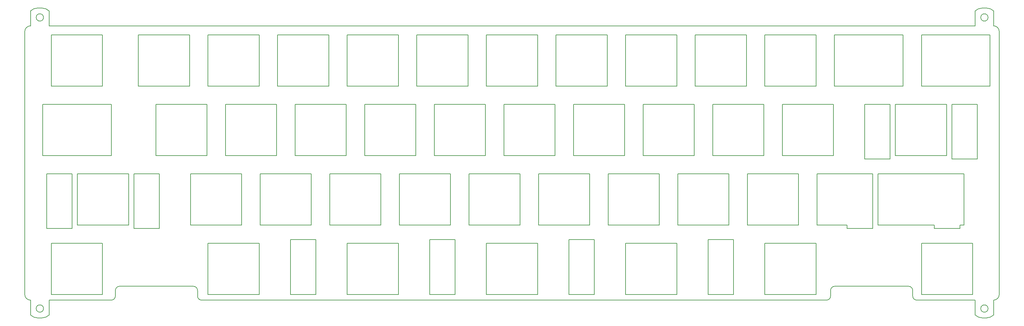
<source format=gbr>
%TF.GenerationSoftware,KiCad,Pcbnew,(6.0.7)*%
%TF.CreationDate,2023-02-03T16:02:02+01:00*%
%TF.ProjectId,kira plate,6b697261-2070-46c6-9174-652e6b696361,rev?*%
%TF.SameCoordinates,Original*%
%TF.FileFunction,Profile,NP*%
%FSLAX46Y46*%
G04 Gerber Fmt 4.6, Leading zero omitted, Abs format (unit mm)*
G04 Created by KiCad (PCBNEW (6.0.7)) date 2023-02-03 16:02:02*
%MOMM*%
%LPD*%
G01*
G04 APERTURE LIST*
%TA.AperFunction,Profile*%
%ADD10C,0.200000*%
%TD*%
G04 APERTURE END LIST*
D10*
X276583865Y-58082866D02*
X269583865Y-58082866D01*
X237189615Y-72082866D02*
X237189615Y-58082866D01*
X103839615Y-58082866D02*
X89839615Y-58082866D01*
X51739615Y-72082866D02*
X65739615Y-72082866D01*
X180327115Y-110182866D02*
X194327115Y-110182866D01*
X275289615Y-53032866D02*
X280052115Y-53032866D01*
X237477115Y-39032866D02*
X237477115Y-53032866D01*
X113364615Y-91132866D02*
X113364615Y-77132866D01*
X21870365Y-77132866D02*
X21870365Y-92132866D01*
X194327115Y-110182866D02*
X194327115Y-96182866D01*
X70789615Y-72082866D02*
X84789615Y-72082866D01*
X99077115Y-53032866D02*
X99077115Y-39032866D01*
X85077115Y-53032866D02*
X99077115Y-53032866D01*
X141939615Y-58082866D02*
X127939615Y-58082866D01*
X261289615Y-39032866D02*
X261289615Y-53032866D01*
X258908365Y-77132866D02*
X249383365Y-77132866D01*
X37164615Y-96182866D02*
X23164615Y-96182866D01*
X45746365Y-92132866D02*
X52746365Y-92132866D01*
X80027115Y-53032866D02*
X80027115Y-39032866D01*
X17476634Y-115835227D02*
X17462500Y-111760000D01*
X156514615Y-91132866D02*
X170514615Y-91132866D01*
X276583865Y-73082866D02*
X276583865Y-58082866D01*
X126677115Y-110182866D02*
X133677115Y-110182866D01*
X99364615Y-91132866D02*
X113364615Y-91132866D01*
X30308365Y-91132866D02*
X44308365Y-91132866D01*
X281037661Y-32437741D02*
X281051795Y-36512968D01*
X66027115Y-53032866D02*
X80027115Y-53032866D01*
X254145865Y-72082866D02*
X268145865Y-72082866D01*
X268145865Y-58082866D02*
X254145865Y-58082866D01*
X257746500Y-107950000D02*
X237553500Y-107950000D01*
X202877115Y-95182866D02*
X202877115Y-110182866D01*
X118127115Y-39032866D02*
X104127115Y-39032866D01*
X235267500Y-111760000D02*
G75*
G03*
X236410500Y-110617000I0J1143000D01*
G01*
X194327115Y-96182866D02*
X180327115Y-96182866D01*
X218139615Y-72082866D02*
X218139615Y-58082866D01*
X156227115Y-39032866D02*
X142227115Y-39032866D01*
X280052115Y-39032866D02*
X275289615Y-39032866D01*
X272908365Y-77132866D02*
X271821365Y-77132866D01*
X88577115Y-95182866D02*
X88577115Y-110182866D01*
X142227115Y-96182866D02*
X142227115Y-110182866D01*
X146989615Y-72082866D02*
X160989615Y-72082866D01*
X194614615Y-77132866D02*
X194614615Y-91132866D01*
X245707865Y-58082866D02*
X245707865Y-73082866D01*
X266052115Y-53032866D02*
X275289615Y-53032866D01*
X118127115Y-53032866D02*
X118127115Y-39032866D01*
X127939615Y-58082866D02*
X127939615Y-72082866D01*
X23164615Y-110182866D02*
X37164615Y-110182866D01*
X161277115Y-53032866D02*
X175277115Y-53032866D01*
X213377115Y-39032866D02*
X199377115Y-39032866D01*
X65739615Y-72082866D02*
X65739615Y-58082866D01*
X237477115Y-53032866D02*
X242239615Y-53032866D01*
X268145865Y-72082866D02*
X268145865Y-58082866D01*
X194614615Y-91132866D02*
X208614615Y-91132866D01*
X256239615Y-39032866D02*
X251477115Y-39032866D01*
X185089615Y-58082866D02*
X185089615Y-72082866D01*
X160989615Y-58082866D02*
X146989615Y-58082866D01*
X20638145Y-116618716D02*
X19368145Y-116618716D01*
X85077115Y-39032866D02*
X85077115Y-53032866D01*
X126677115Y-95182866D02*
X126677115Y-110182866D01*
X175277115Y-39032866D02*
X161277115Y-39032866D01*
X170514615Y-77132866D02*
X156514615Y-77132866D01*
X95577115Y-110182866D02*
X95577115Y-95182866D01*
X275985134Y-115835227D02*
X275971000Y-111760000D01*
X132414615Y-77132866D02*
X118414615Y-77132866D01*
X232427115Y-53032866D02*
X232427115Y-39032866D01*
X271821365Y-91132866D02*
X272908365Y-91132866D01*
X208614615Y-91132866D02*
X208614615Y-77132866D01*
X279146645Y-116618744D02*
G75*
G03*
X281038156Y-115835227I-45J2675044D01*
G01*
X22529656Y-115835227D02*
X22542500Y-111760000D01*
X258889500Y-110617000D02*
G75*
G03*
X260032500Y-111760000I1143000J0D01*
G01*
X39545865Y-72082866D02*
X39545865Y-58082866D01*
X281038156Y-115835227D02*
X281051000Y-111760000D01*
X21002500Y-114051613D02*
G75*
G03*
X21002500Y-114051613I-1000000J0D01*
G01*
X272908365Y-91132866D02*
X272908365Y-77132866D01*
X118414615Y-91132866D02*
X132414615Y-91132866D01*
X61264615Y-91132866D02*
X75264615Y-91132866D01*
X275289615Y-96182866D02*
X261289615Y-96182866D01*
X180327115Y-39032866D02*
X180327115Y-53032866D01*
X175564615Y-91132866D02*
X189564615Y-91132866D01*
X132414615Y-91132866D02*
X132414615Y-77132866D01*
X45746365Y-77132866D02*
X45746365Y-92132866D01*
X194327115Y-53032866D02*
X194327115Y-39032866D01*
X51739615Y-58082866D02*
X51739615Y-72082866D01*
X113364615Y-77132866D02*
X99364615Y-77132866D01*
X80027115Y-96182866D02*
X66027115Y-96182866D01*
X142227115Y-53032866D02*
X156227115Y-53032866D01*
X20638145Y-116618744D02*
G75*
G03*
X22529656Y-115835227I-45J2675044D01*
G01*
X264821365Y-92132866D02*
X271821365Y-92132866D01*
X213664615Y-91132866D02*
X227664615Y-91132866D01*
X61264615Y-77132866D02*
X61264615Y-91132866D01*
X65739615Y-58082866D02*
X51739615Y-58082866D01*
X80314615Y-77132866D02*
X80314615Y-91132866D01*
X232427115Y-110182866D02*
X232427115Y-96182866D01*
X260032500Y-111760000D02*
X275971000Y-111760000D01*
X251477115Y-53032866D02*
X256239615Y-53032866D01*
X232714615Y-91132866D02*
X240945365Y-91132866D01*
X236410500Y-109093000D02*
X236410500Y-110617000D01*
X89839615Y-58082866D02*
X89839615Y-72082866D01*
X20783365Y-72082866D02*
X25545865Y-72082866D01*
X252707865Y-58082866D02*
X245707865Y-58082866D01*
X166039615Y-58082866D02*
X166039615Y-72082866D01*
X22542500Y-36512500D02*
X275971795Y-36512968D01*
X170514615Y-91132866D02*
X170514615Y-77132866D01*
X137464615Y-77132866D02*
X137464615Y-91132866D01*
X280052115Y-53032866D02*
X280052115Y-39032866D01*
X232427115Y-39032866D02*
X218427115Y-39032866D01*
X52746365Y-77132866D02*
X45746365Y-77132866D01*
X199089615Y-58082866D02*
X185089615Y-58082866D01*
X213664615Y-77132866D02*
X213664615Y-91132866D01*
X123177115Y-39032866D02*
X123177115Y-53032866D01*
X84789615Y-72082866D02*
X84789615Y-58082866D01*
X142227115Y-110182866D02*
X156227115Y-110182866D01*
X22528371Y-32437268D02*
G75*
G03*
X20636855Y-31653784I-1891471J-1891432D01*
G01*
X258889500Y-109093000D02*
X258889500Y-110617000D01*
X180039615Y-58082866D02*
X166039615Y-58082866D01*
X251477115Y-39032866D02*
X242239615Y-39032866D01*
X17476629Y-115835232D02*
G75*
G03*
X19368145Y-116618716I1891471J1891432D01*
G01*
X208614615Y-77132866D02*
X194614615Y-77132866D01*
X281051000Y-111760000D02*
G75*
G03*
X282575000Y-110236000I-65200J1589200D01*
G01*
X277876150Y-31654252D02*
X279146150Y-31654252D01*
X237553500Y-107950000D02*
G75*
G03*
X236410500Y-109093000I0J-1143000D01*
G01*
X21002500Y-34220887D02*
G75*
G03*
X21002500Y-34220887I-1000000J0D01*
G01*
X64308223Y-111760000D02*
X235267500Y-111760000D01*
X240945365Y-91132866D02*
X240945365Y-92132866D01*
X258889500Y-109093000D02*
G75*
G03*
X257746500Y-107950000I-1143000J0D01*
G01*
X218427115Y-96182866D02*
X218427115Y-110182866D01*
X156227115Y-96182866D02*
X142227115Y-96182866D01*
X63165200Y-110617000D02*
G75*
G03*
X64308223Y-111760000I1143000J0D01*
G01*
X108889615Y-58082866D02*
X108889615Y-72082866D01*
X127939615Y-72082866D02*
X141939615Y-72082866D01*
X133677115Y-95182866D02*
X126677115Y-95182866D01*
X60977115Y-39032866D02*
X46977115Y-39032866D01*
X218139615Y-58082866D02*
X204139615Y-58082866D01*
X161277115Y-39032866D02*
X161277115Y-53032866D01*
X94314615Y-91132866D02*
X94314615Y-77132866D01*
X66027115Y-110182866D02*
X80027115Y-110182866D01*
X232714615Y-77132866D02*
X232714615Y-91132866D01*
X25545865Y-72082866D02*
X34783365Y-72082866D01*
X279511795Y-34221355D02*
G75*
G03*
X279511795Y-34221355I-1000000J0D01*
G01*
X34783365Y-58082866D02*
X25545865Y-58082866D01*
X199377115Y-39032866D02*
X199377115Y-53032866D01*
X63165200Y-109093000D02*
G75*
G03*
X62022223Y-107950000I-1143000J0D01*
G01*
X223189615Y-58082866D02*
X223189615Y-72082866D01*
X99364615Y-77132866D02*
X99364615Y-91132866D01*
X89839615Y-72082866D02*
X103839615Y-72082866D01*
X249383365Y-77132866D02*
X249383365Y-91132866D01*
X180327115Y-96182866D02*
X180327115Y-110182866D01*
X271821365Y-77132866D02*
X264821365Y-77132866D01*
X185089615Y-72082866D02*
X199089615Y-72082866D01*
X240945365Y-77132866D02*
X232714615Y-77132866D01*
X218427115Y-39032866D02*
X218427115Y-53032866D01*
X46977115Y-39032866D02*
X46977115Y-53032866D01*
X75264615Y-77132866D02*
X61264615Y-77132866D01*
X80027115Y-110182866D02*
X80027115Y-96182866D01*
X122889615Y-58082866D02*
X108889615Y-58082866D01*
X99077115Y-39032866D02*
X85077115Y-39032866D01*
X25545865Y-58082866D02*
X20783365Y-58082866D01*
X279146645Y-116618716D02*
X277876645Y-116618716D01*
X175564615Y-77132866D02*
X175564615Y-91132866D01*
X40686223Y-109093000D02*
X40686223Y-110617000D01*
X189564615Y-77132866D02*
X175564615Y-77132866D01*
X84789615Y-58082866D02*
X70789615Y-58082866D01*
X23164615Y-96182866D02*
X23164615Y-110182866D01*
X264821365Y-77132866D02*
X263383365Y-77132866D01*
X242239615Y-39032866D02*
X237477115Y-39032866D01*
X275289615Y-110182866D02*
X275289615Y-96182866D01*
X281037675Y-32437727D02*
G75*
G03*
X279146150Y-31654252I-1891475J-1891473D01*
G01*
X156514615Y-77132866D02*
X156514615Y-91132866D01*
X213377115Y-53032866D02*
X213377115Y-39032866D01*
X156227115Y-110182866D02*
X156227115Y-96182866D01*
X39543223Y-111760023D02*
G75*
G03*
X40686223Y-110617000I-23J1143023D01*
G01*
X164777115Y-95182866D02*
X164777115Y-110182866D01*
X17475344Y-32437273D02*
X17462500Y-36512500D01*
X218427115Y-53032866D02*
X232427115Y-53032866D01*
X88577115Y-110182866D02*
X95577115Y-110182866D01*
X39543223Y-111760000D02*
X22542500Y-111760000D01*
X269583865Y-73082866D02*
X276583865Y-73082866D01*
X271821365Y-92132866D02*
X271821365Y-91132866D01*
X60977115Y-53032866D02*
X60977115Y-39032866D01*
X20783365Y-58082866D02*
X20783365Y-72082866D01*
X282575734Y-38100468D02*
G75*
G03*
X281051795Y-36512968I-1588234J568D01*
G01*
X104127115Y-39032866D02*
X104127115Y-53032866D01*
X275289615Y-39032866D02*
X266052115Y-39032866D01*
X146989615Y-58082866D02*
X146989615Y-72082866D01*
X204139615Y-58082866D02*
X204139615Y-72082866D01*
X223189615Y-72082866D02*
X237189615Y-72082866D01*
X171777115Y-95182866D02*
X164777115Y-95182866D01*
X204139615Y-72082866D02*
X218139615Y-72082866D01*
X232427115Y-96182866D02*
X218427115Y-96182866D01*
X199089615Y-72082866D02*
X199089615Y-58082866D01*
X252707865Y-73082866D02*
X252707865Y-58082866D01*
X75264615Y-91132866D02*
X75264615Y-77132866D01*
X17467615Y-36517615D02*
G75*
G03*
X15880115Y-38105118I-5115J-1582385D01*
G01*
X151464615Y-77132866D02*
X137464615Y-77132866D01*
X46977115Y-53032866D02*
X60977115Y-53032866D01*
X209877115Y-110182866D02*
X209877115Y-95182866D01*
X137464615Y-91132866D02*
X151464615Y-91132866D01*
X19366855Y-31653756D02*
G75*
G03*
X17475344Y-32437273I45J-2675044D01*
G01*
X37164615Y-53032866D02*
X37164615Y-39032866D01*
X44308365Y-77132866D02*
X30308365Y-77132866D01*
X166039615Y-72082866D02*
X180039615Y-72082866D01*
X118127115Y-96182866D02*
X104127115Y-96182866D01*
X137177115Y-39032866D02*
X123177115Y-39032866D01*
X62022223Y-107950000D02*
X41829223Y-107950000D01*
X104127115Y-110182866D02*
X118127115Y-110182866D01*
X94314615Y-77132866D02*
X80314615Y-77132866D01*
X261289615Y-96182866D02*
X261289615Y-110182866D01*
X247945365Y-77132866D02*
X246714615Y-77132866D01*
X275984639Y-32437741D02*
X275971795Y-36512968D01*
X30308365Y-77132866D02*
X30308365Y-91132866D01*
X263383365Y-77132866D02*
X258908365Y-77132866D01*
X246714615Y-77132866D02*
X240945365Y-77132866D01*
X261289615Y-110182866D02*
X275289615Y-110182866D01*
X23164615Y-53032866D02*
X37164615Y-53032866D01*
X202877115Y-110182866D02*
X209877115Y-110182866D01*
X282575795Y-38100468D02*
X282575000Y-110236000D01*
X256239615Y-53032866D02*
X256239615Y-39032866D01*
X15875000Y-110236000D02*
X15880115Y-38105118D01*
X21870365Y-92132866D02*
X28870365Y-92132866D01*
X15875046Y-110235998D02*
G75*
G03*
X17462500Y-111760000I1588054J65398D01*
G01*
X194327115Y-39032866D02*
X180327115Y-39032866D01*
X277876150Y-31654230D02*
G75*
G03*
X275984639Y-32437741I50J-2675070D01*
G01*
X160989615Y-72082866D02*
X160989615Y-58082866D01*
X19366855Y-31653784D02*
X20636855Y-31653784D01*
X209877115Y-95182866D02*
X202877115Y-95182866D01*
X199377115Y-53032866D02*
X213377115Y-53032866D01*
X63165223Y-109093000D02*
X63165223Y-110617000D01*
X70789615Y-58082866D02*
X70789615Y-72082866D01*
X104127115Y-53032866D02*
X118127115Y-53032866D01*
X261289615Y-53032866D02*
X266052115Y-53032866D01*
X242239615Y-53032866D02*
X251477115Y-53032866D01*
X123177115Y-53032866D02*
X137177115Y-53032866D01*
X258908365Y-91132866D02*
X263383365Y-91132866D01*
X141939615Y-72082866D02*
X141939615Y-58082866D01*
X66027115Y-96182866D02*
X66027115Y-110182866D01*
X23164615Y-39032866D02*
X23164615Y-53032866D01*
X142227115Y-39032866D02*
X142227115Y-53032866D01*
X44308365Y-91132866D02*
X44308365Y-77132866D01*
X180039615Y-72082866D02*
X180039615Y-58082866D01*
X103839615Y-72082866D02*
X103839615Y-58082866D01*
X122889615Y-72082866D02*
X122889615Y-58082866D01*
X80314615Y-91132866D02*
X94314615Y-91132866D01*
X279511000Y-114051613D02*
G75*
G03*
X279511000Y-114051613I-1000000J0D01*
G01*
X264821365Y-91132866D02*
X264821365Y-92132866D01*
X156227115Y-53032866D02*
X156227115Y-39032866D01*
X263383365Y-91132866D02*
X264821365Y-91132866D01*
X52746365Y-92132866D02*
X52746365Y-77132866D01*
X28870365Y-77132866D02*
X21870365Y-77132866D01*
X171777115Y-110182866D02*
X171777115Y-95182866D01*
X175277115Y-53032866D02*
X175277115Y-39032866D01*
X37164615Y-110182866D02*
X37164615Y-96182866D01*
X269583865Y-58082866D02*
X269583865Y-73082866D01*
X118127115Y-110182866D02*
X118127115Y-96182866D01*
X249383365Y-91132866D02*
X258908365Y-91132866D01*
X37164615Y-39032866D02*
X23164615Y-39032866D01*
X80027115Y-39032866D02*
X66027115Y-39032866D01*
X104127115Y-96182866D02*
X104127115Y-110182866D01*
X275985129Y-115835232D02*
G75*
G03*
X277876645Y-116618716I1891471J1891432D01*
G01*
X164777115Y-110182866D02*
X171777115Y-110182866D01*
X237189615Y-58082866D02*
X223189615Y-58082866D01*
X227664615Y-91132866D02*
X227664615Y-77132866D01*
X227664615Y-77132866D02*
X213664615Y-77132866D01*
X180327115Y-53032866D02*
X194327115Y-53032866D01*
X137177115Y-53032866D02*
X137177115Y-39032866D01*
X133677115Y-110182866D02*
X133677115Y-95182866D01*
X28870365Y-92132866D02*
X28870365Y-77132866D01*
X266052115Y-39032866D02*
X261289615Y-39032866D01*
X39545865Y-58082866D02*
X34783365Y-58082866D01*
X218427115Y-110182866D02*
X232427115Y-110182866D01*
X22528366Y-32437273D02*
X22542500Y-36512500D01*
X189564615Y-91132866D02*
X189564615Y-77132866D01*
X41829223Y-107950023D02*
G75*
G03*
X40686223Y-109093000I-23J-1142977D01*
G01*
X66027115Y-39032866D02*
X66027115Y-53032866D01*
X254145865Y-58082866D02*
X254145865Y-72082866D01*
X118414615Y-77132866D02*
X118414615Y-91132866D01*
X245707865Y-73082866D02*
X252707865Y-73082866D01*
X240945365Y-92132866D02*
X247945365Y-92132866D01*
X151464615Y-91132866D02*
X151464615Y-77132866D01*
X108889615Y-72082866D02*
X122889615Y-72082866D01*
X247945365Y-92132866D02*
X247945365Y-77132866D01*
X95577115Y-95182866D02*
X88577115Y-95182866D01*
X34783365Y-72082866D02*
X39545865Y-72082866D01*
M02*

</source>
